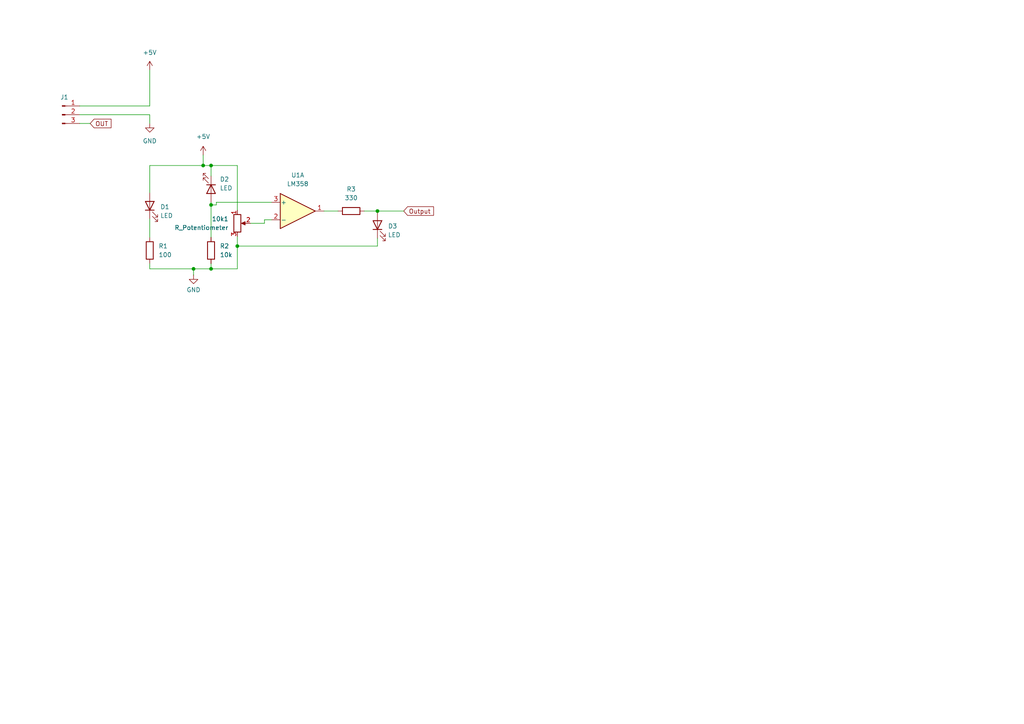
<source format=kicad_sch>
(kicad_sch (version 20231120) (generator "eeschema") (generator_version "8.0")
  (paper "A4")
  (lib_symbols
    (symbol "Amplifier_Operational:LM358" (pin_names (offset 0.127))
      (property "Reference" "U" (at 0 5.08 0))
      (property "Value" "LM358" (at 0 -5.08 0))
      (symbol "LM358_1_1"
        (polyline (pts (xy -5.08 5.08) (xy 5.08 0) (xy -5.08 -5.08) (xy -5.08 5.08)) (stroke (width 0.254)) (fill (type background)))
        (pin output line (at 7.62 0 180) (length 2.54) (name "~") (number "1"))
        (pin input line (at -7.62 -2.54 0) (length 2.54) (name "-") (number "2"))
        (pin input line (at -7.62 2.54 0) (length 2.54) (name "+") (number "3"))
      )
      (symbol "LM358_2_1"
        (polyline (pts (xy -5.08 5.08) (xy 5.08 0) (xy -5.08 -5.08) (xy -5.08 5.08)) (stroke (width 0.254)) (fill (type background)))
        (pin input line (at -7.62 2.54 0) (length 2.54) (name "+") (number "5"))
        (pin input line (at -7.62 -2.54 0) (length 2.54) (name "-") (number "6"))
        (pin output line (at 7.62 0 180) (length 2.54) (name "~") (number "7"))
      )
      (symbol "LM358_3_1"
        (pin power_in line (at -2.54 -7.62 90) (length 3.81) (name "V-") (number "4"))
        (pin power_in line (at -2.54 7.62 270) (length 3.81) (name "V+") (number "8"))
      )
    )
    (symbol "Connector:Conn_01x03_Pin" (pin_names (offset 1.016) hide)
      (property "Reference" "J" (at 0 5.08 0))
      (property "Value" "Conn_01x03_Pin" (at 0 -5.08 0))
      (symbol "Conn_01x03_Pin_1_1"
        (polyline (pts (xy 1.27 -2.54) (xy 0.8636 -2.54)) (stroke (width 0.1524)))
        (polyline (pts (xy 1.27 0) (xy 0.8636 0)) (stroke (width 0.1524)))
        (polyline (pts (xy 1.27 2.54) (xy 0.8636 2.54)) (stroke (width 0.1524)))
        (rectangle (start 0.8636 -2.413) (end 0 -2.667) (stroke (width 0.1524)) (fill (type outline)))
        (rectangle (start 0.8636 0.127) (end 0 -0.127) (stroke (width 0.1524)) (fill (type outline)))
        (rectangle (start 0.8636 2.667) (end 0 2.413) (stroke (width 0.1524)) (fill (type outline)))
        (pin passive line (at 5.08 2.54 180) (length 3.81) (name "Pin_1") (number "1"))
        (pin passive line (at 5.08 0 180) (length 3.81) (name "Pin_2") (number "2"))
        (pin passive line (at 5.08 -2.54 180) (length 3.81) (name "Pin_3") (number "3"))
      )
    )
    (symbol "Device:LED" (pin_numbers hide) (pin_names (offset 1.016) hide)
      (property "Reference" "D" (at 0 2.54 0))
      (property "Value" "LED" (at 0 -2.54 0))
      (symbol "LED_0_1"
        (polyline (pts (xy -1.27 -1.27) (xy -1.27 1.27)) (stroke (width 0.254)))
        (polyline (pts (xy -1.27 0) (xy 1.27 0)))
        (polyline (pts (xy 1.27 -1.27) (xy 1.27 1.27) (xy -1.27 0) (xy 1.27 -1.27)) (stroke (width 0.254)))
        (polyline (pts (xy -3.048 -0.762) (xy -4.572 -2.286) (xy -3.81 -2.286) (xy -4.572 -2.286) (xy -4.572 -1.524)))
        (polyline (pts (xy -1.778 -0.762) (xy -3.302 -2.286) (xy -2.54 -2.286) (xy -3.302 -2.286) (xy -3.302 -1.524)))
      )
      (symbol "LED_1_1"
        (pin passive line (at -3.81 0 0) (length 2.54) (name "K") (number "1"))
        (pin passive line (at 3.81 0 180) (length 2.54) (name "A") (number "2"))
      )
    )
    (symbol "Device:R" (pin_numbers hide) (pin_names (offset 0))
      (property "Reference" "R" (at 2.032 0 90))
      (property "Value" "R" (at 0 0 90))
      (symbol "R_0_1"
        (rectangle (start -1.016 -2.54) (end 1.016 2.54) (stroke (width 0.254)))
      )
      (symbol "R_1_1"
        (pin passive line (at 0 3.81 270) (length 1.27) (name "~") (number "1"))
        (pin passive line (at 0 -3.81 90) (length 1.27) (name "~") (number "2"))
      )
    )
    (symbol "Device:R_Potentiometer" (pin_names (offset 1.016) hide)
      (property "Reference" "RV" (at -4.445 0 90))
      (property "Value" "R_Potentiometer" (at -2.54 0 90))
      (symbol "R_Potentiometer_0_1"
        (polyline (pts (xy 2.54 0) (xy 1.524 0)))
        (polyline (pts (xy 1.143 0) (xy 2.286 0.508) (xy 2.286 -0.508) (xy 1.143 0)) (fill (type outline)))
        (rectangle (start 1.016 2.54) (end -1.016 -2.54) (stroke (width 0.254)))
      )
      (symbol "R_Potentiometer_1_1"
        (pin passive line (at 0 3.81 270) (length 1.27) (name "1") (number "1"))
        (pin passive line (at 3.81 0 180) (length 1.27) (name "2") (number "2"))
        (pin passive line (at 0 -3.81 90) (length 1.27) (name "3") (number "3"))
      )
    )
    (symbol "power:+5V" (power) (pin_numbers hide) (pin_names (offset 0) hide)
      (property "Value" "+5V" (at 0 3.556 0))
      (symbol "+5V_0_1"
        (polyline (pts (xy -0.762 1.27) (xy 0 2.54)))
        (polyline (pts (xy 0 0) (xy 0 2.54)))
        (polyline (pts (xy 0 2.54) (xy 0.762 1.27)))
      )
      (symbol "+5V_1_1"
        (pin power_in line (at 0 0 90) (length 0) (name "~") (number "1"))
      )
    )
    (symbol "power:GND" (power) (pin_numbers hide) (pin_names (offset 0) hide)
      (property "Value" "GND" (at 0 -3.81 0))
      (symbol "GND_0_1"
        (polyline (pts (xy 0 0) (xy 0 -1.27) (xy 1.27 -1.27) (xy 0 -2.54) (xy -1.27 -1.27) (xy 0 -1.27)))
      )
      (symbol "GND_1_1"
        (pin power_in line (at 0 0 270) (length 0) (name "~") (number "1"))
      )
    )
  )
  (junction (at 61.214 77.978))
  (junction (at 61.214 59.436))
  (junction (at 58.928 48.006))
  (junction (at 109.474 61.214))
  (junction (at 56.134 77.978))
  (junction (at 61.214 48.006))
  (junction (at 68.834 71.374))
  (wire (pts (xy 43.434 77.978) (xy 56.134 77.978)))
  (wire (pts (xy 68.834 71.374) (xy 109.474 71.374)))
  (wire (pts (xy 78.74 58.674) (xy 62.738 58.674)))
  (wire (pts (xy 43.434 48.006) (xy 58.928 48.006)))
  (wire (pts (xy 109.474 71.374) (xy 109.474 69.088)))
  (wire (pts (xy 61.214 68.834) (xy 61.214 59.436)))
  (wire (pts (xy 68.834 77.978) (xy 61.214 77.978)))
  (wire (pts (xy 23.114 33.274) (xy 43.434 33.274)))
  (wire (pts (xy 61.214 48.006) (xy 61.214 51.054)))
  (wire (pts (xy 93.98 61.214) (xy 98.044 61.214)))
  (wire (pts (xy 56.134 77.978) (xy 61.214 77.978)))
  (wire (pts (xy 43.434 76.454) (xy 43.434 77.978)))
  (wire (pts (xy 117.094 61.214) (xy 109.474 61.214)))
  (wire (pts (xy 43.434 20.32) (xy 43.434 30.734)))
  (wire (pts (xy 61.214 59.436) (xy 61.214 58.674)))
  (wire (pts (xy 68.834 68.58) (xy 68.834 71.374)))
  (wire (pts (xy 62.738 58.674) (xy 62.738 59.436)))
  (wire (pts (xy 76.708 63.754) (xy 78.74 63.754)))
  (wire (pts (xy 76.708 64.77) (xy 76.708 63.754)))
  (wire (pts (xy 43.434 63.5) (xy 43.434 68.834)))
  (wire (pts (xy 68.834 71.374) (xy 68.834 77.978)))
  (wire (pts (xy 56.134 79.756) (xy 56.134 77.978)))
  (wire (pts (xy 61.214 77.978) (xy 61.214 76.454)))
  (wire (pts (xy 58.928 48.006) (xy 61.214 48.006)))
  (wire (pts (xy 43.434 33.274) (xy 43.434 35.814)))
  (wire (pts (xy 68.834 48.006) (xy 61.214 48.006)))
  (wire (pts (xy 109.474 61.214) (xy 109.474 61.468)))
  (wire (pts (xy 62.738 59.436) (xy 61.214 59.436)))
  (wire (pts (xy 68.834 60.96) (xy 68.834 48.006)))
  (wire (pts (xy 58.928 44.958) (xy 58.928 48.006)))
  (wire (pts (xy 43.434 30.734) (xy 23.114 30.734)))
  (wire (pts (xy 23.114 35.814) (xy 26.162 35.814)))
  (wire (pts (xy 72.644 64.77) (xy 76.708 64.77)))
  (wire (pts (xy 43.434 55.88) (xy 43.434 48.006)))
  (wire (pts (xy 105.664 61.214) (xy 109.474 61.214)))
  (global_label "Output" (shape input) (at 117.094 61.214 0) (property "Intersheetrefs" "${INTERSHEET_REFS}" (effects (hide yes))))
  (global_label "OUT" (shape input) (at 26.162 35.814 0) (property "Intersheetrefs" "${INTERSHEET_REFS}" (effects (hide yes))))
  (symbol (lib_id "power:GND") (at 56.134 79.756 0) (unit 1)
    (property "Reference" "#PWR03" (effects (hide yes)))
    (property "Value" "GND" (at 56.134 84.074 0))
    (property "Description" "Power symbol creates a global label with name \"GND\" , ground" (effects (hide yes)))
  )
  (symbol (lib_id "Device:R") (at 61.214 72.644 0) (unit 1)
    (property "Reference" "R2" (at 63.754 71.3739 0) (effects (justify left)))
    (property "Value" "10k" (at 63.754 73.9139 0) (effects (justify left)))
    (property "Footprint" "Resistor_SMD:R_1206_3216Metric" (effects (hide yes)))
    (property "Description" "Resistor" (effects (hide yes)))
  )
  (symbol (lib_id "Device:R") (at 43.434 72.644 0) (unit 1)
    (property "Reference" "R1" (at 45.974 71.3739 0) (effects (justify left)))
    (property "Value" "100" (at 45.974 73.9139 0) (effects (justify left)))
    (property "Footprint" "Resistor_SMD:R_1206_3216Metric" (effects (hide yes)))
    (property "Description" "Resistor" (effects (hide yes)))
  )
  (symbol (lib_id "power:+5V") (at 58.928 44.958 0) (unit 1)
    (property "Reference" "#PWR04" (effects (hide yes)))
    (property "Value" "+5V" (at 58.928 39.624 0))
    (property "Description" "Power symbol creates a global label with name \"+5V\"" (effects (hide yes)))
  )
  (symbol (lib_id "Connector:Conn_01x03_Pin") (at 18.034 33.274 0) (unit 1)
    (property "Reference" "J1" (at 18.669 28.194 0))
    (property "Value" "Conn_01x03_Pin" (effects (hide yes)))
    (property "Footprint" "Connector_PinHeader_1.00mm:PinHeader_1x03_P1.00mm_Horizontal" (effects (hide yes)))
    (property "Description" "Generic connector, single row, 01x03, script generated" (effects (hide yes)))
  )
  (symbol (lib_id "Device:LED") (at 43.434 59.69 90) (unit 1)
    (property "Reference" "D1" (at 46.482 60.0074 90) (effects (justify right)))
    (property "Value" "LED" (at 46.482 62.5474 90) (effects (justify right)))
    (property "Footprint" "LED_THT:LED_D3.0mm_Horizontal_O3.81mm_Z10.0mm" (effects (hide yes)))
    (property "Description" "Light emitting diode" (effects (hide yes)))
  )
  (symbol (lib_id "Device:LED") (at 61.214 54.864 270) (unit 1)
    (property "Reference" "D2" (at 63.754 52.0064 90) (effects (justify left)))
    (property "Value" "LED" (at 63.754 54.5464 90) (effects (justify left)))
    (property "Footprint" "LED_THT:LED_D3.0mm_Horizontal_O3.81mm_Z10.0mm" (effects (hide yes)))
    (property "Description" "Light emitting diode" (effects (hide yes)))
  )
  (symbol (lib_id "Device:R") (at 101.854 61.214 90) (unit 1)
    (property "Reference" "R3" (at 101.854 54.864 90))
    (property "Value" "330" (at 101.854 57.404 90))
    (property "Footprint" "Resistor_SMD:R_1206_3216Metric" (effects (hide yes)))
    (property "Description" "Resistor" (effects (hide yes)))
  )
  (symbol (lib_id "Device:LED") (at 109.474 65.278 90) (unit 1)
    (property "Reference" "D3" (at 112.522 65.5954 90) (effects (justify right)))
    (property "Value" "LED" (at 112.522 68.1354 90) (effects (justify right)))
    (property "Footprint" "LED_SMD:LED_1206_3216Metric_Pad1.42x1.75mm_HandSolder" (effects (hide yes)))
    (property "Description" "Light emitting diode" (effects (hide yes)))
  )
  (symbol (lib_id "power:GND") (at 43.434 35.814 0) (unit 1)
    (property "Reference" "#PWR02" (effects (hide yes)))
    (property "Value" "GND" (at 43.434 40.894 0))
    (property "Description" "Power symbol creates a global label with name \"GND\" , ground" (effects (hide yes)))
  )
  (symbol (lib_id "Amplifier_Operational:LM358") (at 86.36 61.214 0) (unit 1)
    (property "Reference" "U1" (at 86.36 50.8 0))
    (property "Value" "LM358" (at 86.36 53.34 0))
    (property "Footprint" "Package_DIP:DIP-8_W7.62mm" (effects (hide yes)))
    (property "Datasheet" "http://www.ti.com/lit/ds/symlink/lm2904-n.pdf" (effects (hide yes)))
    (property "Description" "Low-Power, Dual Operational Amplifiers, DIP-8/SOIC-8/TO-99-8" (effects (hide yes)))
  )
  (symbol (lib_id "Device:R_Potentiometer") (at 68.834 64.77 0) (unit 1)
    (property "Reference" "10k1" (at 66.294 63.4999 0) (effects (justify right)))
    (property "Value" "R_Potentiometer" (at 66.294 66.0399 0) (effects (justify right)))
    (property "Footprint" "Potentiometer_THT:Potentiometer_Bourns_3266Y_Vertical" (effects (hide yes)))
    (property "Description" "Potentiometer" (effects (hide yes)))
  )
  (symbol (lib_id "power:+5V") (at 43.434 20.32 0) (unit 1)
    (property "Reference" "#PWR01" (effects (hide yes)))
    (property "Value" "+5V" (at 43.434 15.24 0))
    (property "Description" "Power symbol creates a global label with name \"+5V\"" (effects (hide yes)))
  )
)
</source>
